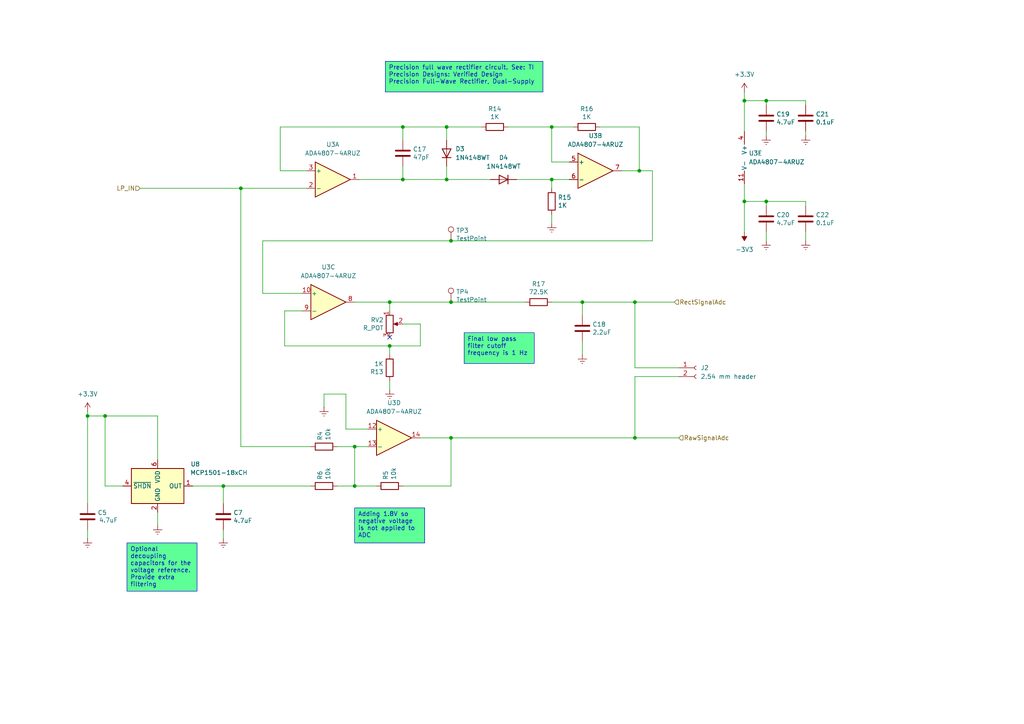
<source format=kicad_sch>
(kicad_sch (version 20250114) (generator "eeschema") (generator_version "9.0")
  (paper "A4")
  (lib_symbols
    (symbol "Amplifier_Operational:ADA4807-4ARUZ" (pin_names (offset 0.127))
      (property "Reference" "U" (at 0 5.08 0))
      (property "Value" "ADA4807-4ARUZ" (at 0 -5.08 0))
      (symbol "ADA4807-4ARUZ_1_1"
        (polyline (pts (xy -5.08 5.08) (xy 5.08 0) (xy -5.08 -5.08) (xy -5.08 5.08)) (stroke (width 0.254)) (fill (type background)))
        (pin input line (at -7.62 2.54 0) (length 2.54) (name "+") (number "3"))
        (pin input line (at -7.62 -2.54 0) (length 2.54) (name "-") (number "2"))
        (pin output line (at 7.62 0 180) (length 2.54) (name "~") (number "1"))
      )
      (symbol "ADA4807-4ARUZ_2_1"
        (polyline (pts (xy -5.08 5.08) (xy 5.08 0) (xy -5.08 -5.08) (xy -5.08 5.08)) (stroke (width 0.254)) (fill (type background)))
        (pin input line (at -7.62 2.54 0) (length 2.54) (name "+") (number "5"))
        (pin input line (at -7.62 -2.54 0) (length 2.54) (name "-") (number "6"))
        (pin output line (at 7.62 0 180) (length 2.54) (name "~") (number "7"))
      )
      (symbol "ADA4807-4ARUZ_3_1"
        (polyline (pts (xy -5.08 5.08) (xy 5.08 0) (xy -5.08 -5.08) (xy -5.08 5.08)) (stroke (width 0.254)) (fill (type background)))
        (pin input line (at -7.62 2.54 0) (length 2.54) (name "+") (number "10"))
        (pin input line (at -7.62 -2.54 0) (length 2.54) (name "-") (number "9"))
        (pin output line (at 7.62 0 180) (length 2.54) (name "~") (number "8"))
      )
      (symbol "ADA4807-4ARUZ_4_1"
        (polyline (pts (xy -5.08 5.08) (xy 5.08 0) (xy -5.08 -5.08) (xy -5.08 5.08)) (stroke (width 0.254)) (fill (type background)))
        (pin input line (at -7.62 2.54 0) (length 2.54) (name "+") (number "12"))
        (pin input line (at -7.62 -2.54 0) (length 2.54) (name "-") (number "13"))
        (pin output line (at 7.62 0 180) (length 2.54) (name "~") (number "14"))
      )
      (symbol "ADA4807-4ARUZ_5_1"
        (pin power_in line (at -2.54 7.62 270) (length 3.81) (name "V+") (number "4"))
        (pin power_in line (at -2.54 -7.62 90) (length 3.81) (name "V-") (number "11"))
      )
    )
    (symbol "Connector:Conn_01x02_Socket" (pin_names (offset 1.016) (hide yes))
      (property "Reference" "J" (at 0 2.54 0))
      (property "Value" "Conn_01x02_Socket" (at 0 -5.08 0))
      (symbol "Conn_01x02_Socket_1_1"
        (polyline (pts (xy -1.27 0) (xy -0.508 0)) (stroke (width 0.1524)))
        (polyline (pts (xy -1.27 -2.54) (xy -0.508 -2.54)) (stroke (width 0.1524)))
        (arc (start 0 -0.508) (mid -0.5058 0) (end 0 0.508) (stroke (width 0.1524)))
        (arc (start 0 -3.048) (mid -0.5058 -2.54) (end 0 -2.032) (stroke (width 0.1524)))
        (pin passive line (at -5.08 0 0) (length 3.81) (name "Pin_1") (number "1"))
        (pin passive line (at -5.08 -2.54 0) (length 3.81) (name "Pin_2") (number "2"))
      )
    )
    (symbol "Connector:TestPoint" (pin_numbers (hide yes)) (pin_names (offset 0.762) (hide yes))
      (property "Reference" "TP" (at 0 6.858 0))
      (property "Value" "TestPoint" (at 0 5.08 0))
      (symbol "TestPoint_0_1"
        (circle (center 0 3.302) (radius 0.762))
      )
      (symbol "TestPoint_1_1"
        (pin passive line (at 0 0 90) (length 2.54) (name "1") (number "1"))
      )
    )
    (symbol "Device:C" (pin_numbers (hide yes)) (pin_names (offset 0.254))
      (property "Reference" "C" (at 0.635 2.54 0))
      (property "Value" "C" (at 0.635 -2.54 0))
      (symbol "C_0_1"
        (polyline (pts (xy -2.032 0.762) (xy 2.032 0.762)) (stroke (width 0.508)))
        (polyline (pts (xy -2.032 -0.762) (xy 2.032 -0.762)) (stroke (width 0.508)))
      )
      (symbol "C_1_1"
        (pin passive line (at 0 3.81 270) (length 2.794) (name "~") (number "1"))
        (pin passive line (at 0 -3.81 90) (length 2.794) (name "~") (number "2"))
      )
    )
    (symbol "Device:R" (pin_numbers (hide yes)) (pin_names (offset 0))
      (property "Reference" "R" (at 2.032 0 90))
      (property "Value" "R" (at 0 0 90))
      (symbol "R_0_1"
        (rectangle (start -1.016 -2.54) (end 1.016 2.54) (stroke (width 0.254)))
      )
      (symbol "R_1_1"
        (pin passive line (at 0 3.81 270) (length 1.27) (name "~") (number "1"))
        (pin passive line (at 0 -3.81 90) (length 1.27) (name "~") (number "2"))
      )
    )
    (symbol "Device:R_POT" (pin_names (offset 1.016) (hide yes))
      (property "Reference" "RV" (at -4.445 0 90))
      (property "Value" "Device_R_POT" (at -2.54 0 90))
      (symbol "R_POT_0_1"
        (rectangle (start 1.016 2.54) (end -1.016 -2.54) (stroke (width 0.254)))
        (polyline (pts (xy 1.143 0) (xy 2.286 0.508) (xy 2.286 -0.508) (xy 1.143 0)) (fill (type outline)))
        (polyline (pts (xy 2.54 0) (xy 1.524 0)))
      )
      (symbol "R_POT_1_1"
        (pin passive line (at 0 3.81 270) (length 1.27) (name "1") (number "1"))
        (pin passive line (at 0 -3.81 90) (length 1.27) (name "3") (number "3"))
        (pin passive line (at 3.81 0 180) (length 1.27) (name "2") (number "2"))
      )
    )
    (symbol "Diode:1N4148WT" (pin_numbers (hide yes)) (pin_names (hide yes))
      (property "Reference" "D" (at 0 2.54 0))
      (property "Value" "1N4148WT" (at 0 -2.54 0))
      (symbol "1N4148WT_0_1"
        (polyline (pts (xy -1.27 1.27) (xy -1.27 -1.27)) (stroke (width 0.254)))
        (polyline (pts (xy 1.27 1.27) (xy 1.27 -1.27) (xy -1.27 0) (xy 1.27 1.27)) (stroke (width 0.254)))
        (polyline (pts (xy 1.27 0) (xy -1.27 0)))
      )
      (symbol "1N4148WT_1_1"
        (pin passive line (at -3.81 0 0) (length 2.54) (name "K") (number "1"))
        (pin passive line (at 3.81 0 180) (length 2.54) (name "A") (number "2"))
      )
    )
    (symbol "Reference_Voltage:MCP1501-18xCH"
      (property "Reference" "U" (at -6.35 6.35 0))
      (property "Value" "MCP1501-18xCH" (at 10.16 6.35 0))
      (symbol "MCP1501-18xCH_0_0"
        (pin input line (at -10.16 0 0) (length 2.54) (name "~{SHDN}") (number "4"))
        (pin power_in line (at 0 7.62 270) (length 2.54) (name "VDD") (number "6"))
        (pin power_in line (at 0 -7.62 90) (length 2.54) (name "GND") (number "2"))
        (pin passive line (at 0 -7.62 90) (length 2.54) (hide yes) (name "GND") (number "3"))
        (pin passive line (at 0 -7.62 90) (length 2.54) (hide yes) (name "GND") (number "5"))
        (pin power_out line (at 10.16 0 180) (length 2.54) (name "OUT") (number "1"))
      )
      (symbol "MCP1501-18xCH_0_1"
        (rectangle (start -7.62 5.08) (end 7.62 -5.08) (stroke (width 0.254)) (fill (type background)))
      )
    )
    (symbol "power:+3.3V" (power) (pin_numbers (hide yes)) (pin_names (offset 0) (hide yes))
      (property "Value" "+3.3V" (at 0 3.556 0))
      (symbol "+3.3V_0_1"
        (polyline (pts (xy -0.762 1.27) (xy 0 2.54)))
        (polyline (pts (xy 0 2.54) (xy 0.762 1.27)))
        (polyline (pts (xy 0 0) (xy 0 2.54)))
      )
      (symbol "+3.3V_1_1"
        (pin power_in line (at 0 0 90) (length 0) (name "~") (number "1"))
      )
    )
    (symbol "power:-3V3" (power) (pin_numbers (hide yes)) (pin_names (offset 0) (hide yes))
      (property "Value" "-3V3" (at 0 3.556 0))
      (symbol "-3V3_0_0"
        (pin power_in line (at 0 0 90) (length 0) (name "~") (number "1"))
      )
      (symbol "-3V3_0_1"
        (polyline (pts (xy 0 0) (xy 0 1.27) (xy 0.762 1.27) (xy 0 2.54) (xy -0.762 1.27) (xy 0 1.27)) (fill (type outline)))
      )
    )
    (symbol "power:Earth" (power) (pin_numbers (hide yes)) (pin_names (offset 0) (hide yes))
      (property "Value" "Earth" (at 0 -3.81 0))
      (symbol "Earth_0_1"
        (polyline (pts (xy -0.635 -1.905) (xy 0.635 -1.905)))
        (polyline (pts (xy -0.127 -2.54) (xy 0.127 -2.54)))
        (polyline (pts (xy 0 -1.27) (xy 0 0)))
        (polyline (pts (xy 1.27 -1.27) (xy -1.27 -1.27)))
      )
      (symbol "Earth_1_1"
        (pin power_in line (at 0 0 270) (length 0) (name "~") (number "1"))
      )
    )
  )
  (text_box "Final low pass filter cutoff frequency is 1 Hz" (at 134.62 96.52 0) (size 20.32 8.89) (margins 0.9525 0.9525 0.9525 0.9525) (fill (type color) (color 94 255 151 1)) (effects (font (size 1.27 1.27)) (justify left top)))
  (text_box "Adding 1.8V so negative voltage is not applied to ADC" (at 102.87 147.32 0) (size 20.32 10.16) (margins 0.9525 0.9525 0.9525 0.9525) (fill (type color) (color 94 255 151 1)) (effects (font (size 1.27 1.27)) (justify left top)))
  (text_box "Precision full wave rectifier circuit. See: TI Precision Designs: Verified Design\nPrecision Full-Wave Rectifier, Dual-Supply" (at 111.76 17.78 0) (size 45.72 8.89) (margins 0.9525 0.9525 0.9525 0.9525) (fill (type color) (color 94 255 151 1)) (effects (font (size 1.27 1.27)) (justify left top)))
  (text_box "Optional decoupling capacitors for the voltage reference. Provide extra filtering" (at 36.83 157.48 0) (size 20.32 13.97) (margins 0.9525 0.9525 0.9525 0.9525) (fill (type color) (color 94 255 151 1)) (effects (font (size 1.27 1.27)) (justify left top)))
  (junction (at 168.91 87.63))
  (junction (at 129.54 36.83))
  (junction (at 113.03 100.33))
  (junction (at 215.9 58.42))
  (junction (at 130.81 127))
  (junction (at 130.81 69.85))
  (junction (at 116.84 36.83))
  (junction (at 160.02 52.07))
  (junction (at 113.03 87.63))
  (junction (at 215.9 29.21))
  (junction (at 184.15 87.63))
  (junction (at 222.25 58.42))
  (junction (at 25.4 120.65))
  (junction (at 64.77 140.97))
  (junction (at 116.84 52.07))
  (junction (at 185.42 49.53))
  (junction (at 102.87 129.54))
  (junction (at 222.25 29.21))
  (junction (at 130.81 87.63))
  (junction (at 30.48 120.65))
  (junction (at 102.87 140.97))
  (junction (at 184.15 127))
  (junction (at 160.02 36.83))
  (junction (at 129.54 52.07))
  (junction (at 69.85 54.61))
  (no_connect (at 113.03 97.79))
  (wire (pts (xy 215.9 53.34) (xy 215.9 58.42)))
  (wire (pts (xy 184.15 127) (xy 196.85 127)))
  (wire (pts (xy 113.03 87.63) (xy 130.81 87.63)))
  (wire (pts (xy 130.81 69.85) (xy 76.2 69.85)))
  (wire (pts (xy 129.54 36.83) (xy 116.84 36.83)))
  (wire (pts (xy 102.87 129.54) (xy 106.68 129.54)))
  (wire (pts (xy 215.9 58.42) (xy 215.9 67.31)))
  (wire (pts (xy 222.25 30.48) (xy 222.25 29.21)))
  (wire (pts (xy 233.68 59.69) (xy 233.68 58.42)))
  (wire (pts (xy 168.91 87.63) (xy 160.02 87.63)))
  (wire (pts (xy 100.33 124.46) (xy 100.33 114.3)))
  (wire (pts (xy 100.33 114.3) (xy 93.98 114.3)))
  (wire (pts (xy 69.85 129.54) (xy 69.85 54.61)))
  (wire (pts (xy 82.55 100.33) (xy 82.55 90.17)))
  (wire (pts (xy 45.72 148.59) (xy 45.72 152.4)))
  (wire (pts (xy 180.34 49.53) (xy 185.42 49.53)))
  (wire (pts (xy 222.25 69.85) (xy 222.25 67.31)))
  (wire (pts (xy 129.54 40.64) (xy 129.54 36.83)))
  (wire (pts (xy 64.77 140.97) (xy 64.77 146.05)))
  (wire (pts (xy 160.02 52.07) (xy 165.1 52.07)))
  (wire (pts (xy 184.15 87.63) (xy 195.58 87.63)))
  (wire (pts (xy 222.25 58.42) (xy 215.9 58.42)))
  (wire (pts (xy 168.91 87.63) (xy 184.15 87.63)))
  (wire (pts (xy 160.02 52.07) (xy 149.86 52.07)))
  (wire (pts (xy 233.68 29.21) (xy 222.25 29.21)))
  (wire (pts (xy 233.68 58.42) (xy 222.25 58.42)))
  (wire (pts (xy 69.85 54.61) (xy 88.9 54.61)))
  (wire (pts (xy 25.4 153.67) (xy 25.4 156.21)))
  (wire (pts (xy 130.81 140.97) (xy 130.81 127)))
  (wire (pts (xy 90.17 129.54) (xy 69.85 129.54)))
  (wire (pts (xy 109.22 140.97) (xy 102.87 140.97)))
  (wire (pts (xy 160.02 64.77) (xy 160.02 62.23)))
  (wire (pts (xy 64.77 153.67) (xy 64.77 156.21)))
  (wire (pts (xy 233.68 69.85) (xy 233.68 67.31)))
  (wire (pts (xy 129.54 48.26) (xy 129.54 52.07)))
  (wire (pts (xy 113.03 100.33) (xy 121.92 100.33)))
  (wire (pts (xy 185.42 36.83) (xy 173.99 36.83)))
  (wire (pts (xy 113.03 90.17) (xy 113.03 87.63)))
  (wire (pts (xy 82.55 90.17) (xy 87.63 90.17)))
  (wire (pts (xy 30.48 140.97) (xy 30.48 120.65)))
  (wire (pts (xy 97.79 140.97) (xy 102.87 140.97)))
  (wire (pts (xy 185.42 49.53) (xy 185.42 36.83)))
  (wire (pts (xy 40.64 54.61) (xy 69.85 54.61)))
  (wire (pts (xy 82.55 100.33) (xy 113.03 100.33)))
  (wire (pts (xy 45.72 120.65) (xy 45.72 133.35)))
  (wire (pts (xy 116.84 52.07) (xy 129.54 52.07)))
  (wire (pts (xy 121.92 100.33) (xy 121.92 93.98)))
  (wire (pts (xy 81.28 36.83) (xy 81.28 49.53)))
  (wire (pts (xy 25.4 119.38) (xy 25.4 120.65)))
  (wire (pts (xy 104.14 52.07) (xy 116.84 52.07)))
  (wire (pts (xy 106.68 124.46) (xy 100.33 124.46)))
  (wire (pts (xy 215.9 26.67) (xy 215.9 29.21)))
  (wire (pts (xy 25.4 120.65) (xy 30.48 120.65)))
  (wire (pts (xy 184.15 106.68) (xy 184.15 87.63)))
  (wire (pts (xy 165.1 46.99) (xy 160.02 46.99)))
  (wire (pts (xy 113.03 113.03) (xy 113.03 110.49)))
  (wire (pts (xy 81.28 49.53) (xy 88.9 49.53)))
  (wire (pts (xy 160.02 36.83) (xy 147.32 36.83)))
  (wire (pts (xy 160.02 46.99) (xy 160.02 36.83)))
  (wire (pts (xy 97.79 129.54) (xy 102.87 129.54)))
  (wire (pts (xy 76.2 69.85) (xy 76.2 85.09)))
  (wire (pts (xy 185.42 49.53) (xy 189.23 49.53)))
  (wire (pts (xy 121.92 93.98) (xy 116.84 93.98)))
  (wire (pts (xy 139.7 36.83) (xy 129.54 36.83)))
  (wire (pts (xy 189.23 69.85) (xy 130.81 69.85)))
  (wire (pts (xy 168.91 99.06) (xy 168.91 102.87)))
  (wire (pts (xy 184.15 109.22) (xy 184.15 127)))
  (wire (pts (xy 116.84 48.26) (xy 116.84 52.07)))
  (wire (pts (xy 76.2 85.09) (xy 87.63 85.09)))
  (wire (pts (xy 116.84 36.83) (xy 116.84 40.64)))
  (wire (pts (xy 113.03 102.87) (xy 113.03 100.33)))
  (wire (pts (xy 45.72 120.65) (xy 30.48 120.65)))
  (wire (pts (xy 25.4 120.65) (xy 25.4 146.05)))
  (wire (pts (xy 196.85 106.68) (xy 184.15 106.68)))
  (wire (pts (xy 113.03 87.63) (xy 102.87 87.63)))
  (wire (pts (xy 130.81 87.63) (xy 152.4 87.63)))
  (wire (pts (xy 55.88 140.97) (xy 64.77 140.97)))
  (wire (pts (xy 166.37 36.83) (xy 160.02 36.83)))
  (wire (pts (xy 233.68 30.48) (xy 233.68 29.21)))
  (wire (pts (xy 116.84 140.97) (xy 130.81 140.97)))
  (wire (pts (xy 222.25 59.69) (xy 222.25 58.42)))
  (wire (pts (xy 160.02 54.61) (xy 160.02 52.07)))
  (wire (pts (xy 93.98 114.3) (xy 93.98 118.11)))
  (wire (pts (xy 130.81 127) (xy 184.15 127)))
  (wire (pts (xy 168.91 91.44) (xy 168.91 87.63)))
  (wire (pts (xy 222.25 39.37) (xy 222.25 38.1)))
  (wire (pts (xy 189.23 49.53) (xy 189.23 69.85)))
  (wire (pts (xy 129.54 52.07) (xy 142.24 52.07)))
  (wire (pts (xy 215.9 29.21) (xy 215.9 38.1)))
  (wire (pts (xy 222.25 29.21) (xy 215.9 29.21)))
  (wire (pts (xy 30.48 140.97) (xy 35.56 140.97)))
  (wire (pts (xy 116.84 36.83) (xy 81.28 36.83)))
  (wire (pts (xy 64.77 140.97) (xy 90.17 140.97)))
  (wire (pts (xy 102.87 140.97) (xy 102.87 129.54)))
  (wire (pts (xy 196.85 109.22) (xy 184.15 109.22)))
  (wire (pts (xy 130.81 127) (xy 121.92 127)))
  (wire (pts (xy 233.68 39.37) (xy 233.68 38.1)))
  (hierarchical_label "RawSignalAdc" (shape input) (at 196.85 127 0))
  (hierarchical_label "LP_IN" (shape input) (at 40.64 54.61 180))
  (hierarchical_label "RectSignalAdc" (shape input) (at 195.58 87.63 0))
  (symbol (lib_id "Device:C") (at 168.91 95.25 0) (unit 1)
    (property "Reference" "C18" (at 171.831 94.0816 0) (effects (justify left)))
    (property "Value" "2.2uF" (at 171.831 96.393 0) (effects (justify left)))
    (property "Footprint" "Capacitor_SMD:C_0201_0603Metric_Pad0.64x0.40mm_HandSolder" (effects (hide yes)))
  )
  (symbol (lib_id "power:Earth") (at 168.91 102.87 0) (unit 1)
    (property "Reference" "#PWR020" (effects (hide yes)))
    (property "Value" "Earth" (effects (hide yes)))
  )
  (symbol (lib_id "Device:R_POT") (at 113.03 93.98 0) (unit 1)
    (property "Reference" "RV2" (at 111.2774 92.8116 0) (effects (justify right)))
    (property "Value" "R_POT" (at 111.2774 95.123 0) (effects (justify right)))
    (property "Footprint" "Potentiometer_THT:Potentiometer_Piher_PT-10-V10_Vertical" (effects (hide yes)))
  )
  (symbol (lib_id "Device:R") (at 113.03 106.68 0) (unit 1)
    (property "Reference" "R13" (at 111.252 107.8484 0) (effects (justify right)))
    (property "Value" "1K" (at 111.252 105.537 0) (effects (justify right)))
    (property "Footprint" "Resistor_SMD:R_0603_1608Metric_Pad0.98x0.95mm_HandSolder" (effects (hide yes)))
  )
  (symbol (lib_id "power:Earth") (at 113.03 113.03 0) (unit 1)
    (property "Reference" "#PWR018" (effects (hide yes)))
    (property "Value" "Earth" (effects (hide yes)))
  )
  (symbol (lib_id "Device:R") (at 156.21 87.63 270) (unit 1)
    (property "Reference" "R17" (at 156.21 82.3722 90))
    (property "Value" "72.5K" (at 156.21 84.6836 90))
    (property "Footprint" "Resistor_SMD:R_0603_1608Metric_Pad0.98x0.95mm_HandSolder" (effects (hide yes)))
  )
  (symbol (lib_id "Connector:TestPoint") (at 130.81 69.85 0) (unit 1)
    (property "Reference" "TP3" (at 132.2832 66.8528 0) (effects (justify left)))
    (property "Value" "TestPoint" (at 132.2832 69.1642 0) (effects (justify left)))
    (property "Footprint" "Connector_PinHeader_2.54mm:PinHeader_1x01_P2.54mm_Vertical" (effects (hide yes)))
  )
  (symbol (lib_id "Connector:TestPoint") (at 130.81 87.63 0) (unit 1)
    (property "Reference" "TP4" (at 132.2832 84.6328 0) (effects (justify left)))
    (property "Value" "TestPoint" (at 132.2832 86.9442 0) (effects (justify left)))
    (property "Footprint" "Connector_PinHeader_2.54mm:PinHeader_1x01_P2.54mm_Vertical" (effects (hide yes)))
  )
  (symbol (lib_id "Device:C") (at 116.84 44.45 0) (unit 1)
    (property "Reference" "C17" (at 119.761 43.2816 0) (effects (justify left)))
    (property "Value" "47pF" (at 119.761 45.593 0) (effects (justify left)))
    (property "Footprint" "Capacitor_SMD:C_0201_0603Metric_Pad0.64x0.40mm_HandSolder" (effects (hide yes)))
  )
  (symbol (lib_id "Device:R") (at 143.51 36.83 270) (unit 1)
    (property "Reference" "R14" (at 143.51 31.5722 90))
    (property "Value" "1K" (at 143.51 33.8836 90))
    (property "Footprint" "Resistor_SMD:R_0603_1608Metric_Pad0.98x0.95mm_HandSolder" (effects (hide yes)))
  )
  (symbol (lib_id "Device:R") (at 170.18 36.83 270) (unit 1)
    (property "Reference" "R16" (at 170.18 31.5722 90))
    (property "Value" "1K" (at 170.18 33.8836 90))
    (property "Footprint" "Resistor_SMD:R_0603_1608Metric_Pad0.98x0.95mm_HandSolder" (effects (hide yes)))
  )
  (symbol (lib_id "Device:R") (at 160.02 58.42 180) (unit 1)
    (property "Reference" "R15" (at 161.798 57.2516 0) (effects (justify right)))
    (property "Value" "1K" (at 161.798 59.563 0) (effects (justify right)))
    (property "Footprint" "Resistor_SMD:R_0603_1608Metric_Pad0.98x0.95mm_HandSolder" (effects (hide yes)))
  )
  (symbol (lib_id "power:Earth") (at 160.02 64.77 0) (unit 1)
    (property "Reference" "#PWR019" (effects (hide yes)))
    (property "Value" "Earth" (effects (hide yes)))
  )
  (symbol (lib_id "Device:C") (at 222.25 63.5 0) (unit 1)
    (property "Reference" "C20" (at 225.171 62.3316 0) (effects (justify left)))
    (property "Value" "4.7uF" (at 225.171 64.643 0) (effects (justify left)))
    (property "Footprint" "Capacitor_SMD:C_0201_0603Metric_Pad0.64x0.40mm_HandSolder" (effects (hide yes)))
  )
  (symbol (lib_id "Device:C") (at 233.68 63.5 0) (unit 1)
    (property "Reference" "C22" (at 236.601 62.3316 0) (effects (justify left)))
    (property "Value" "0.1uF" (at 236.601 64.643 0) (effects (justify left)))
    (property "Footprint" "Capacitor_SMD:C_0201_0603Metric_Pad0.64x0.40mm_HandSolder" (effects (hide yes)))
  )
  (symbol (lib_id "power:Earth") (at 233.68 69.85 0) (unit 1)
    (property "Reference" "#PWR024" (effects (hide yes)))
    (property "Value" "Earth" (effects (hide yes)))
  )
  (symbol (lib_id "power:Earth") (at 222.25 69.85 0) (unit 1)
    (property "Reference" "#PWR022" (effects (hide yes)))
    (property "Value" "Earth" (effects (hide yes)))
  )
  (symbol (lib_id "Device:C") (at 222.25 34.29 0) (unit 1)
    (property "Reference" "C19" (at 225.171 33.1216 0) (effects (justify left)))
    (property "Value" "4.7uF" (at 225.171 35.433 0) (effects (justify left)))
    (property "Footprint" "Capacitor_SMD:C_0201_0603Metric_Pad0.64x0.40mm_HandSolder" (effects (hide yes)))
  )
  (symbol (lib_id "Device:C") (at 233.68 34.29 0) (unit 1)
    (property "Reference" "C21" (at 236.601 33.1216 0) (effects (justify left)))
    (property "Value" "0.1uF" (at 236.601 35.433 0) (effects (justify left)))
    (property "Footprint" "Capacitor_SMD:C_0201_0603Metric_Pad0.64x0.40mm_HandSolder" (effects (hide yes)))
  )
  (symbol (lib_id "power:Earth") (at 222.25 39.37 0) (unit 1)
    (property "Reference" "#PWR021" (effects (hide yes)))
    (property "Value" "Earth" (effects (hide yes)))
  )
  (symbol (lib_id "power:Earth") (at 233.68 39.37 0) (unit 1)
    (property "Reference" "#PWR023" (effects (hide yes)))
    (property "Value" "Earth" (effects (hide yes)))
  )
  (symbol (lib_id "power:+3.3V") (at 25.4 119.38 0) (unit 1)
    (property "Reference" "#PWR042" (effects (hide yes)))
    (property "Value" "+3.3V" (at 25.4 114.3 0))
    (property "Description" "Power symbol creates a global label with name \"+3.3V\"" (effects (hide yes)))
  )
  (symbol (lib_id "Amplifier_Operational:ADA4807-4ARUZ") (at 172.72 49.53 0) (unit 2)
    (property "Reference" "U3" (at 172.72 39.37 0))
    (property "Value" "ADA4807-4ARUZ" (at 172.72 41.91 0))
    (property "Footprint" "Package_SO:TSSOP-14_4.4x5mm_P0.65mm" (effects (hide yes)))
    (property "Datasheet" "https://www.analog.com/media/en/technical-documentation/data-sheets/ADA4807-1_4807-2_4807-4.pdf" (effects (hide yes)))
    (property "Description" "Quad Rail-to-Rail Input/Output Amplifiers, TSSOP-14" (effects (hide yes)))
  )
  (symbol (lib_id "Amplifier_Operational:ADA4807-4ARUZ") (at 114.3 127 0) (unit 4)
    (property "Reference" "U3" (at 114.3 116.84 0))
    (property "Value" "ADA4807-4ARUZ" (at 114.3 119.38 0))
    (property "Footprint" "Package_SO:TSSOP-14_4.4x5mm_P0.65mm" (effects (hide yes)))
    (property "Datasheet" "https://www.analog.com/media/en/technical-documentation/data-sheets/ADA4807-1_4807-2_4807-4.pdf" (effects (hide yes)))
    (property "Description" "Quad Rail-to-Rail Input/Output Amplifiers, TSSOP-14" (effects (hide yes)))
  )
  (symbol (lib_id "Diode:1N4148WT") (at 129.54 44.45 90) (unit 1)
    (property "Reference" "D3" (at 132.08 43.1799 90) (effects (justify right)))
    (property "Value" "1N4148WT" (at 132.08 45.7199 90) (effects (justify right)))
    (property "Footprint" "Diode_SMD:D_SOD-523" (effects (hide yes)))
    (property "Datasheet" "https://www.diodes.com/assets/Datasheets/ds30396.pdf" (effects (hide yes)))
    (property "Description" "75V 0.15A Fast switching Diode, SOD-523" (effects (hide yes)))
    (property "Sim.Device" "D" (effects (hide yes)))
    (property "Sim.Pins" "1=K 2=A" (effects (hide yes)))
  )
  (symbol (lib_id "power:-3V3") (at 215.9 67.31 180) (unit 1)
    (property "Reference" "#PWR025" (effects (hide yes)))
    (property "Value" "-3V3" (at 215.9 72.39 0))
    (property "Description" "Power symbol creates a global label with name \"-3V3\"" (effects (hide yes)))
  )
  (symbol (lib_id "power:Earth") (at 93.98 118.11 0) (unit 1)
    (property "Reference" "#PWR02" (effects (hide yes)))
    (property "Value" "Earth" (effects (hide yes)))
  )
  (symbol (lib_id "Device:C") (at 64.77 149.86 180) (unit 1)
    (property "Reference" "C7" (at 67.691 148.6916 0) (effects (justify right)))
    (property "Value" "4.7uF" (at 67.691 151.003 0) (effects (justify right)))
    (property "Footprint" "Capacitor_SMD:C_0201_0603Metric_Pad0.64x0.40mm_HandSolder" (effects (hide yes)))
  )
  (symbol (lib_id "Amplifier_Operational:ADA4807-4ARUZ") (at 96.52 52.07 0) (unit 1)
    (property "Reference" "U3" (at 96.52 41.91 0))
    (property "Value" "ADA4807-4ARUZ" (at 96.52 44.45 0))
    (property "Footprint" "Package_SO:TSSOP-14_4.4x5mm_P0.65mm" (effects (hide yes)))
    (property "Datasheet" "https://www.analog.com/media/en/technical-documentation/data-sheets/ADA4807-1_4807-2_4807-4.pdf" (effects (hide yes)))
    (property "Description" "Quad Rail-to-Rail Input/Output Amplifiers, TSSOP-14" (effects (hide yes)))
  )
  (symbol (lib_id "Device:C") (at 25.4 149.86 180) (unit 1)
    (property "Reference" "C5" (at 28.321 148.6916 0) (effects (justify right)))
    (property "Value" "4.7uF" (at 28.702 150.876 0) (effects (justify right)))
    (property "Footprint" "Capacitor_SMD:C_0201_0603Metric_Pad0.64x0.40mm_HandSolder" (effects (hide yes)))
  )
  (symbol (lib_id "Diode:1N4148WT") (at 146.05 52.07 180) (unit 1)
    (property "Reference" "D4" (at 146.05 45.72 0))
    (property "Value" "1N4148WT" (at 146.05 48.26 0))
    (property "Footprint" "Diode_SMD:D_SOD-523" (effects (hide yes)))
    (property "Datasheet" "https://www.diodes.com/assets/Datasheets/ds30396.pdf" (effects (hide yes)))
    (property "Description" "75V 0.15A Fast switching Diode, SOD-523" (effects (hide yes)))
    (property "Sim.Device" "D" (effects (hide yes)))
    (property "Sim.Pins" "1=K 2=A" (effects (hide yes)))
  )
  (symbol (lib_id "Amplifier_Operational:ADA4807-4ARUZ") (at 218.44 45.72 0) (unit 5)
    (property "Reference" "U3" (at 217.17 44.4499 0) (effects (justify left)))
    (property "Value" "ADA4807-4ARUZ" (at 217.17 46.9899 0) (effects (justify left)))
    (property "Footprint" "Package_SO:TSSOP-14_4.4x5mm_P0.65mm" (effects (hide yes)))
    (property "Datasheet" "https://www.analog.com/media/en/technical-documentation/data-sheets/ADA4807-1_4807-2_4807-4.pdf" (effects (hide yes)))
    (property "Description" "Quad Rail-to-Rail Input/Output Amplifiers, TSSOP-14" (effects (hide yes)))
  )
  (symbol (lib_id "Device:R") (at 113.03 140.97 270) (unit 1)
    (property "Reference" "R5" (at 111.8616 139.192 0) (effects (justify right)))
    (property "Value" "10k" (at 114.173 139.192 0) (effects (justify right)))
    (property "Footprint" "Resistor_SMD:R_0603_1608Metric_Pad0.98x0.95mm_HandSolder" (effects (hide yes)))
  )
  (symbol (lib_id "power:+3.3V") (at 215.9 26.67 0) (unit 1)
    (property "Reference" "#PWR041" (effects (hide yes)))
    (property "Value" "+3.3V" (at 215.9 21.59 0))
    (property "Description" "Power symbol creates a global label with name \"+3.3V\"" (effects (hide yes)))
  )
  (symbol (lib_id "Connector:Conn_01x02_Socket") (at 201.93 106.68 0) (unit 1)
    (property "Reference" "J2" (at 203.2 106.6799 0) (effects (justify left)))
    (property "Value" "2.54 mm header" (at 203.2 109.2199 0) (effects (justify left)))
    (property "Footprint" "Connector_PinSocket_2.54mm:PinSocket_1x02_P2.54mm_Vertical" (effects (hide yes)))
    (property "Description" "Generic connector, single row, 01x02, script generated" (effects (hide yes)))
  )
  (symbol (lib_id "Reference_Voltage:MCP1501-18xCH") (at 45.72 140.97 0) (unit 1)
    (property "Reference" "U8" (at 56.642 134.62 0))
    (property "Value" "MCP1501-18xCH" (at 63.5 137.0898 0))
    (property "Footprint" "Package_TO_SOT_SMD:SOT-23-6" (effects (hide yes)))
    (property "Datasheet" "http://ww1.microchip.com/downloads/en/DeviceDoc/20005474E.pdf" (effects (hide yes)))
    (property "Description" "1.8V, 0.1%, 20mA, Precision Voltage Reference, SOT-23-6" (effects (hide yes)))
  )
  (symbol (lib_id "power:Earth") (at 64.77 156.21 0) (unit 1)
    (property "Reference" "#PWR08" (effects (hide yes)))
    (property "Value" "Earth" (effects (hide yes)))
  )
  (symbol (lib_id "Device:R") (at 93.98 129.54 270) (unit 1)
    (property "Reference" "R4" (at 92.8116 127.762 0) (effects (justify right)))
    (property "Value" "10k" (at 95.123 127.762 0) (effects (justify right)))
    (property "Footprint" "Resistor_SMD:R_0603_1608Metric_Pad0.98x0.95mm_HandSolder" (effects (hide yes)))
  )
  (symbol (lib_id "power:Earth") (at 45.72 152.4 0) (unit 1)
    (property "Reference" "#PWR09" (effects (hide yes)))
    (property "Value" "Earth" (effects (hide yes)))
  )
  (symbol (lib_id "Amplifier_Operational:ADA4807-4ARUZ") (at 95.25 87.63 0) (unit 3)
    (property "Reference" "U3" (at 95.25 77.47 0))
    (property "Value" "ADA4807-4ARUZ" (at 95.25 80.01 0))
    (property "Footprint" "Package_SO:TSSOP-14_4.4x5mm_P0.65mm" (effects (hide yes)))
    (property "Datasheet" "https://www.analog.com/media/en/technical-documentation/data-sheets/ADA4807-1_4807-2_4807-4.pdf" (effects (hide yes)))
    (property "Description" "Quad Rail-to-Rail Input/Output Amplifiers, TSSOP-14" (effects (hide yes)))
  )
  (symbol (lib_id "power:Earth") (at 25.4 156.21 0) (unit 1)
    (property "Reference" "#PWR046" (effects (hide yes)))
    (property "Value" "Earth" (effects (hide yes)))
  )
  (symbol (lib_id "Device:R") (at 93.98 140.97 270) (unit 1)
    (property "Reference" "R6" (at 92.8116 139.192 0) (effects (justify right)))
    (property "Value" "10k" (at 95.123 139.192 0) (effects (justify right)))
    (property "Footprint" "Resistor_SMD:R_0603_1608Metric_Pad0.98x0.95mm_HandSolder" (effects (hide yes)))
  )
)
</source>
